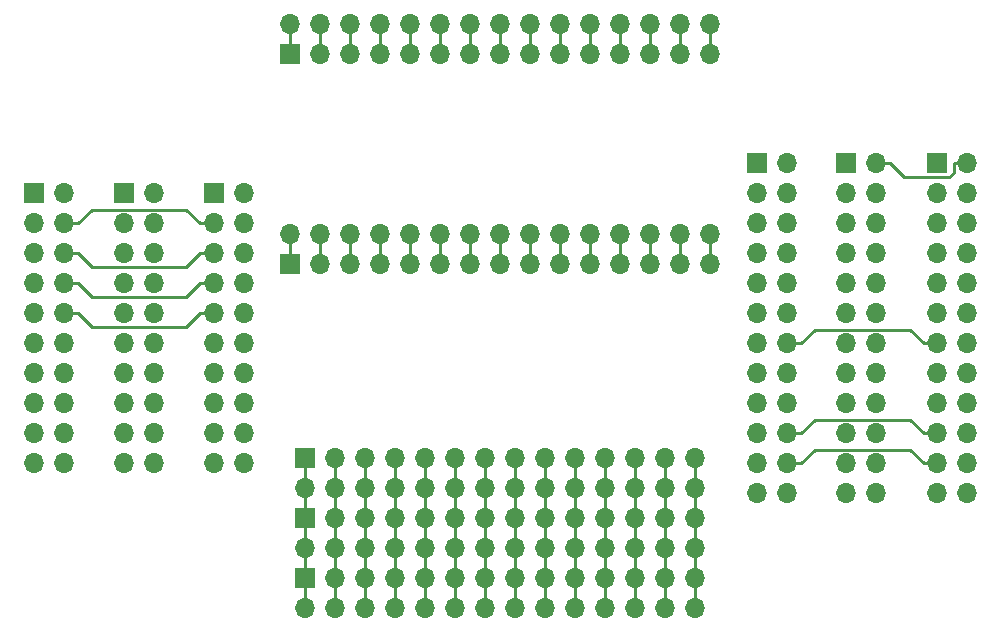
<source format=gbr>
%TF.GenerationSoftware,KiCad,Pcbnew,(5.1.9)-1*%
%TF.CreationDate,2022-02-04T12:49:55-05:00*%
%TF.ProjectId,Breadboard-Testbed,42726561-6462-46f6-9172-642d54657374,rev?*%
%TF.SameCoordinates,Original*%
%TF.FileFunction,Copper,L2,Bot*%
%TF.FilePolarity,Positive*%
%FSLAX46Y46*%
G04 Gerber Fmt 4.6, Leading zero omitted, Abs format (unit mm)*
G04 Created by KiCad (PCBNEW (5.1.9)-1) date 2022-02-04 12:49:55*
%MOMM*%
%LPD*%
G01*
G04 APERTURE LIST*
%TA.AperFunction,ComponentPad*%
%ADD10R,1.700000X1.700000*%
%TD*%
%TA.AperFunction,ComponentPad*%
%ADD11O,1.700000X1.700000*%
%TD*%
%TA.AperFunction,Conductor*%
%ADD12C,0.250000*%
%TD*%
G04 APERTURE END LIST*
D10*
%TO.P,J1,1*%
%TO.N,Net-(J1-Pad1)*%
X163000000Y-86570000D03*
D11*
%TO.P,J1,2*%
%TO.N,Net-(J1-Pad2)*%
X165540000Y-86570000D03*
%TO.P,J1,3*%
%TO.N,Net-(J1-Pad3)*%
X163000000Y-89110000D03*
%TO.P,J1,4*%
%TO.N,Net-(J1-Pad4)*%
X165540000Y-89110000D03*
%TO.P,J1,5*%
%TO.N,Net-(J1-Pad5)*%
X163000000Y-91650000D03*
%TO.P,J1,6*%
%TO.N,Net-(J1-Pad6)*%
X165540000Y-91650000D03*
%TO.P,J1,7*%
%TO.N,Net-(J1-Pad7)*%
X163000000Y-94190000D03*
%TO.P,J1,8*%
%TO.N,Net-(J1-Pad8)*%
X165540000Y-94190000D03*
%TO.P,J1,9*%
%TO.N,Net-(J1-Pad9)*%
X163000000Y-96730000D03*
%TO.P,J1,10*%
%TO.N,Net-(J1-Pad10)*%
X165540000Y-96730000D03*
%TO.P,J1,11*%
%TO.N,Net-(J1-Pad11)*%
X163000000Y-99270000D03*
%TO.P,J1,12*%
%TO.N,Net-(J1-Pad12)*%
X165540000Y-99270000D03*
%TO.P,J1,13*%
%TO.N,Net-(J1-Pad13)*%
X163000000Y-101810000D03*
%TO.P,J1,14*%
%TO.N,Net-(J1-Pad14)*%
X165540000Y-101810000D03*
%TO.P,J1,15*%
%TO.N,Net-(J1-Pad15)*%
X163000000Y-104350000D03*
%TO.P,J1,16*%
%TO.N,Net-(J1-Pad16)*%
X165540000Y-104350000D03*
%TO.P,J1,17*%
%TO.N,Net-(J1-Pad17)*%
X163000000Y-106890000D03*
%TO.P,J1,18*%
%TO.N,Net-(J1-Pad18)*%
X165540000Y-106890000D03*
%TO.P,J1,19*%
%TO.N,Net-(J1-Pad19)*%
X163000000Y-109430000D03*
%TO.P,J1,20*%
%TO.N,Net-(J1-Pad20)*%
X165540000Y-109430000D03*
%TD*%
D10*
%TO.P,J2,1*%
%TO.N,Net-(J2-Pad1)*%
X239500000Y-84030000D03*
D11*
%TO.P,J2,2*%
%TO.N,Net-(J12-Pad1)*%
X242040000Y-84030000D03*
%TO.P,J2,3*%
%TO.N,Net-(J2-Pad3)*%
X239500000Y-86570000D03*
%TO.P,J2,4*%
%TO.N,Net-(J12-Pad3)*%
X242040000Y-86570000D03*
%TO.P,J2,5*%
%TO.N,Net-(J2-Pad5)*%
X239500000Y-89110000D03*
%TO.P,J2,6*%
%TO.N,Net-(J12-Pad5)*%
X242040000Y-89110000D03*
%TO.P,J2,7*%
%TO.N,Net-(J2-Pad7)*%
X239500000Y-91650000D03*
%TO.P,J2,8*%
%TO.N,Net-(J12-Pad7)*%
X242040000Y-91650000D03*
%TO.P,J2,9*%
%TO.N,Net-(J2-Pad9)*%
X239500000Y-94190000D03*
%TO.P,J2,10*%
%TO.N,Net-(J12-Pad10)*%
X242040000Y-94190000D03*
%TO.P,J2,11*%
%TO.N,Net-(J2-Pad11)*%
X239500000Y-96730000D03*
%TO.P,J2,12*%
%TO.N,Net-(J12-Pad11)*%
X242040000Y-96730000D03*
%TO.P,J2,13*%
%TO.N,Net-(J2-Pad13)*%
X239500000Y-99270000D03*
%TO.P,J2,14*%
%TO.N,Net-(J12-Pad13)*%
X242040000Y-99270000D03*
%TO.P,J2,15*%
%TO.N,Net-(J2-Pad15)*%
X239500000Y-101810000D03*
%TO.P,J2,16*%
%TO.N,Net-(J12-Pad15)*%
X242040000Y-101810000D03*
%TO.P,J2,17*%
%TO.N,Net-(J2-Pad17)*%
X239500000Y-104350000D03*
%TO.P,J2,18*%
%TO.N,Net-(J12-Pad17)*%
X242040000Y-104350000D03*
%TO.P,J2,19*%
%TO.N,Net-(J2-Pad19)*%
X239500000Y-106890000D03*
%TO.P,J2,20*%
%TO.N,Net-(J12-Pad19)*%
X242040000Y-106890000D03*
%TO.P,J2,21*%
%TO.N,Net-(J2-Pad21)*%
X239500000Y-109430000D03*
%TO.P,J2,22*%
%TO.N,Net-(J12-Pad21)*%
X242040000Y-109430000D03*
%TO.P,J2,23*%
%TO.N,Net-(J2-Pad23)*%
X239500000Y-111970000D03*
%TO.P,J2,24*%
%TO.N,Net-(J12-Pad23)*%
X242040000Y-111970000D03*
%TD*%
%TO.P,J5,20*%
%TO.N,Net-(J1-Pad19)*%
X173160000Y-109430000D03*
%TO.P,J5,19*%
X170620000Y-109430000D03*
%TO.P,J5,18*%
%TO.N,Net-(J1-Pad17)*%
X173160000Y-106890000D03*
%TO.P,J5,17*%
X170620000Y-106890000D03*
%TO.P,J5,16*%
%TO.N,Net-(J1-Pad15)*%
X173160000Y-104350000D03*
%TO.P,J5,15*%
X170620000Y-104350000D03*
%TO.P,J5,14*%
%TO.N,Net-(J1-Pad13)*%
X173160000Y-101810000D03*
%TO.P,J5,13*%
X170620000Y-101810000D03*
%TO.P,J5,12*%
%TO.N,Net-(J1-Pad11)*%
X173160000Y-99270000D03*
%TO.P,J5,11*%
X170620000Y-99270000D03*
%TO.P,J5,10*%
%TO.N,Net-(J1-Pad9)*%
X173160000Y-96730000D03*
%TO.P,J5,9*%
X170620000Y-96730000D03*
%TO.P,J5,8*%
%TO.N,Net-(J1-Pad7)*%
X173160000Y-94190000D03*
%TO.P,J5,7*%
X170620000Y-94190000D03*
%TO.P,J5,6*%
%TO.N,Net-(J1-Pad5)*%
X173160000Y-91650000D03*
%TO.P,J5,5*%
X170620000Y-91650000D03*
%TO.P,J5,4*%
%TO.N,Net-(J1-Pad3)*%
X173160000Y-89110000D03*
%TO.P,J5,3*%
X170620000Y-89110000D03*
%TO.P,J5,2*%
%TO.N,Net-(J1-Pad1)*%
X173160000Y-86570000D03*
D10*
%TO.P,J5,1*%
X170620000Y-86570000D03*
%TD*%
D11*
%TO.P,J7,30*%
%TO.N,Net-(J7-Pad29)*%
X220280000Y-90040000D03*
%TO.P,J7,29*%
X220280000Y-92580000D03*
%TO.P,J7,28*%
%TO.N,Net-(J7-Pad27)*%
X217740000Y-90040000D03*
%TO.P,J7,27*%
X217740000Y-92580000D03*
%TO.P,J7,26*%
%TO.N,Net-(J7-Pad25)*%
X215200000Y-90040000D03*
%TO.P,J7,25*%
X215200000Y-92580000D03*
%TO.P,J7,24*%
%TO.N,Net-(J7-Pad23)*%
X212660000Y-90040000D03*
%TO.P,J7,23*%
X212660000Y-92580000D03*
%TO.P,J7,22*%
%TO.N,Net-(J7-Pad21)*%
X210120000Y-90040000D03*
%TO.P,J7,21*%
X210120000Y-92580000D03*
%TO.P,J7,20*%
%TO.N,Net-(J7-Pad19)*%
X207580000Y-90040000D03*
%TO.P,J7,19*%
X207580000Y-92580000D03*
%TO.P,J7,18*%
%TO.N,Net-(J7-Pad17)*%
X205040000Y-90040000D03*
%TO.P,J7,17*%
X205040000Y-92580000D03*
%TO.P,J7,16*%
%TO.N,Net-(J7-Pad15)*%
X202500000Y-90040000D03*
%TO.P,J7,15*%
X202500000Y-92580000D03*
%TO.P,J7,14*%
%TO.N,Net-(J7-Pad13)*%
X199960000Y-90040000D03*
%TO.P,J7,13*%
X199960000Y-92580000D03*
%TO.P,J7,12*%
%TO.N,Net-(J7-Pad11)*%
X197420000Y-90040000D03*
%TO.P,J7,11*%
X197420000Y-92580000D03*
%TO.P,J7,10*%
%TO.N,Net-(J7-Pad10)*%
X194880000Y-90040000D03*
%TO.P,J7,9*%
X194880000Y-92580000D03*
%TO.P,J7,8*%
%TO.N,Net-(J7-Pad7)*%
X192340000Y-90040000D03*
%TO.P,J7,7*%
X192340000Y-92580000D03*
%TO.P,J7,6*%
%TO.N,Net-(J7-Pad5)*%
X189800000Y-90040000D03*
%TO.P,J7,5*%
X189800000Y-92580000D03*
%TO.P,J7,4*%
%TO.N,Net-(J7-Pad3)*%
X187260000Y-90040000D03*
%TO.P,J7,3*%
X187260000Y-92580000D03*
%TO.P,J7,2*%
%TO.N,Net-(J7-Pad1)*%
X184720000Y-90040000D03*
D10*
%TO.P,J7,1*%
X184720000Y-92580000D03*
%TD*%
%TO.P,J8,1*%
%TO.N,Net-(J1-Pad2)*%
X178240000Y-86570000D03*
D11*
%TO.P,J8,2*%
X180780000Y-86570000D03*
%TO.P,J8,3*%
%TO.N,Net-(J1-Pad4)*%
X178240000Y-89110000D03*
%TO.P,J8,4*%
X180780000Y-89110000D03*
%TO.P,J8,5*%
%TO.N,Net-(J1-Pad6)*%
X178240000Y-91650000D03*
%TO.P,J8,6*%
X180780000Y-91650000D03*
%TO.P,J8,7*%
%TO.N,Net-(J1-Pad8)*%
X178240000Y-94190000D03*
%TO.P,J8,8*%
X180780000Y-94190000D03*
%TO.P,J8,9*%
%TO.N,Net-(J1-Pad10)*%
X178240000Y-96730000D03*
%TO.P,J8,10*%
X180780000Y-96730000D03*
%TO.P,J8,11*%
%TO.N,Net-(J1-Pad12)*%
X178240000Y-99270000D03*
%TO.P,J8,12*%
X180780000Y-99270000D03*
%TO.P,J8,13*%
%TO.N,Net-(J1-Pad14)*%
X178240000Y-101810000D03*
%TO.P,J8,14*%
X180780000Y-101810000D03*
%TO.P,J8,15*%
%TO.N,Net-(J1-Pad16)*%
X178240000Y-104350000D03*
%TO.P,J8,16*%
X180780000Y-104350000D03*
%TO.P,J8,17*%
%TO.N,Net-(J1-Pad18)*%
X178240000Y-106890000D03*
%TO.P,J8,18*%
X180780000Y-106890000D03*
%TO.P,J8,19*%
%TO.N,Net-(J1-Pad20)*%
X178240000Y-109430000D03*
%TO.P,J8,20*%
X180780000Y-109430000D03*
%TD*%
D10*
%TO.P,J9,1*%
%TO.N,Net-(J2-Pad1)*%
X224260000Y-84030000D03*
D11*
%TO.P,J9,2*%
X226800000Y-84030000D03*
%TO.P,J9,3*%
%TO.N,Net-(J2-Pad3)*%
X224260000Y-86570000D03*
%TO.P,J9,4*%
X226800000Y-86570000D03*
%TO.P,J9,5*%
%TO.N,Net-(J2-Pad5)*%
X224260000Y-89110000D03*
%TO.P,J9,6*%
X226800000Y-89110000D03*
%TO.P,J9,7*%
%TO.N,Net-(J2-Pad7)*%
X224260000Y-91650000D03*
%TO.P,J9,8*%
X226800000Y-91650000D03*
%TO.P,J9,9*%
%TO.N,Net-(J2-Pad9)*%
X224260000Y-94190000D03*
%TO.P,J9,10*%
X226800000Y-94190000D03*
%TO.P,J9,11*%
%TO.N,Net-(J2-Pad11)*%
X224260000Y-96730000D03*
%TO.P,J9,12*%
X226800000Y-96730000D03*
%TO.P,J9,13*%
%TO.N,Net-(J2-Pad13)*%
X224260000Y-99270000D03*
%TO.P,J9,14*%
X226800000Y-99270000D03*
%TO.P,J9,15*%
%TO.N,Net-(J2-Pad15)*%
X224260000Y-101810000D03*
%TO.P,J9,16*%
X226800000Y-101810000D03*
%TO.P,J9,17*%
%TO.N,Net-(J2-Pad17)*%
X224260000Y-104350000D03*
%TO.P,J9,18*%
X226800000Y-104350000D03*
%TO.P,J9,19*%
%TO.N,Net-(J2-Pad19)*%
X224260000Y-106890000D03*
%TO.P,J9,20*%
X226800000Y-106890000D03*
%TO.P,J9,21*%
%TO.N,Net-(J2-Pad21)*%
X224260000Y-109430000D03*
%TO.P,J9,22*%
X226800000Y-109430000D03*
%TO.P,J9,23*%
%TO.N,Net-(J2-Pad23)*%
X224260000Y-111970000D03*
%TO.P,J9,24*%
X226800000Y-111970000D03*
%TD*%
%TO.P,J10,30*%
%TO.N,Net-(J10-Pad29)*%
X220280000Y-72260000D03*
%TO.P,J10,29*%
X220280000Y-74800000D03*
%TO.P,J10,28*%
%TO.N,Net-(J10-Pad27)*%
X217740000Y-72260000D03*
%TO.P,J10,27*%
X217740000Y-74800000D03*
%TO.P,J10,26*%
%TO.N,Net-(J10-Pad25)*%
X215200000Y-72260000D03*
%TO.P,J10,25*%
X215200000Y-74800000D03*
%TO.P,J10,24*%
%TO.N,Net-(J10-Pad23)*%
X212660000Y-72260000D03*
%TO.P,J10,23*%
X212660000Y-74800000D03*
%TO.P,J10,22*%
%TO.N,Net-(J10-Pad21)*%
X210120000Y-72260000D03*
%TO.P,J10,21*%
X210120000Y-74800000D03*
%TO.P,J10,20*%
%TO.N,Net-(J10-Pad19)*%
X207580000Y-72260000D03*
%TO.P,J10,19*%
X207580000Y-74800000D03*
%TO.P,J10,18*%
%TO.N,Net-(J10-Pad17)*%
X205040000Y-72260000D03*
%TO.P,J10,17*%
X205040000Y-74800000D03*
%TO.P,J10,16*%
%TO.N,Net-(J10-Pad15)*%
X202500000Y-72260000D03*
%TO.P,J10,15*%
X202500000Y-74800000D03*
%TO.P,J10,14*%
%TO.N,Net-(J10-Pad13)*%
X199960000Y-72260000D03*
%TO.P,J10,13*%
X199960000Y-74800000D03*
%TO.P,J10,12*%
%TO.N,Net-(J10-Pad11)*%
X197420000Y-72260000D03*
%TO.P,J10,11*%
X197420000Y-74800000D03*
%TO.P,J10,10*%
%TO.N,Net-(J10-Pad10)*%
X194880000Y-72260000D03*
%TO.P,J10,9*%
X194880000Y-74800000D03*
%TO.P,J10,8*%
%TO.N,Net-(J10-Pad7)*%
X192340000Y-72260000D03*
%TO.P,J10,7*%
X192340000Y-74800000D03*
%TO.P,J10,6*%
%TO.N,Net-(J10-Pad5)*%
X189800000Y-72260000D03*
%TO.P,J10,5*%
X189800000Y-74800000D03*
%TO.P,J10,4*%
%TO.N,Net-(J10-Pad3)*%
X187260000Y-72260000D03*
%TO.P,J10,3*%
X187260000Y-74800000D03*
%TO.P,J10,2*%
%TO.N,Net-(J10-Pad1)*%
X184720000Y-72260000D03*
D10*
%TO.P,J10,1*%
X184720000Y-74800000D03*
%TD*%
%TO.P,J12,1*%
%TO.N,Net-(J12-Pad1)*%
X231800000Y-84030000D03*
D11*
%TO.P,J12,2*%
X234340000Y-84030000D03*
%TO.P,J12,3*%
%TO.N,Net-(J12-Pad3)*%
X231800000Y-86570000D03*
%TO.P,J12,4*%
X234340000Y-86570000D03*
%TO.P,J12,5*%
%TO.N,Net-(J12-Pad5)*%
X231800000Y-89110000D03*
%TO.P,J12,6*%
X234340000Y-89110000D03*
%TO.P,J12,7*%
%TO.N,Net-(J12-Pad7)*%
X231800000Y-91650000D03*
%TO.P,J12,8*%
X234340000Y-91650000D03*
%TO.P,J12,9*%
%TO.N,Net-(J12-Pad10)*%
X231800000Y-94190000D03*
%TO.P,J12,10*%
X234340000Y-94190000D03*
%TO.P,J12,11*%
%TO.N,Net-(J12-Pad11)*%
X231800000Y-96730000D03*
%TO.P,J12,12*%
X234340000Y-96730000D03*
%TO.P,J12,13*%
%TO.N,Net-(J12-Pad13)*%
X231800000Y-99270000D03*
%TO.P,J12,14*%
X234340000Y-99270000D03*
%TO.P,J12,15*%
%TO.N,Net-(J12-Pad15)*%
X231800000Y-101810000D03*
%TO.P,J12,16*%
X234340000Y-101810000D03*
%TO.P,J12,17*%
%TO.N,Net-(J12-Pad17)*%
X231800000Y-104350000D03*
%TO.P,J12,18*%
X234340000Y-104350000D03*
%TO.P,J12,19*%
%TO.N,Net-(J12-Pad19)*%
X231800000Y-106890000D03*
%TO.P,J12,20*%
X234340000Y-106890000D03*
%TO.P,J12,21*%
%TO.N,Net-(J12-Pad21)*%
X231800000Y-109430000D03*
%TO.P,J12,22*%
X234340000Y-109430000D03*
%TO.P,J12,23*%
%TO.N,Net-(J12-Pad23)*%
X231800000Y-111970000D03*
%TO.P,J12,24*%
X234340000Y-111970000D03*
%TD*%
D10*
%TO.P,J3,1*%
%TO.N,Net-(J3-Pad1)*%
X185990000Y-108955000D03*
D11*
%TO.P,J3,2*%
X185990000Y-111495000D03*
%TO.P,J3,3*%
%TO.N,Net-(J3-Pad3)*%
X188530000Y-108955000D03*
%TO.P,J3,4*%
X188530000Y-111495000D03*
%TO.P,J3,5*%
%TO.N,Net-(J3-Pad5)*%
X191070000Y-108955000D03*
%TO.P,J3,6*%
X191070000Y-111495000D03*
%TO.P,J3,7*%
%TO.N,Net-(J3-Pad7)*%
X193610000Y-108955000D03*
%TO.P,J3,8*%
X193610000Y-111495000D03*
%TO.P,J3,9*%
%TO.N,Net-(J3-Pad10)*%
X196150000Y-108955000D03*
%TO.P,J3,10*%
X196150000Y-111495000D03*
%TO.P,J3,11*%
%TO.N,Net-(J3-Pad11)*%
X198690000Y-108955000D03*
%TO.P,J3,12*%
X198690000Y-111495000D03*
%TO.P,J3,13*%
%TO.N,Net-(J3-Pad13)*%
X201230000Y-108955000D03*
%TO.P,J3,14*%
X201230000Y-111495000D03*
%TO.P,J3,15*%
%TO.N,Net-(J3-Pad15)*%
X203770000Y-108955000D03*
%TO.P,J3,16*%
X203770000Y-111495000D03*
%TO.P,J3,17*%
%TO.N,Net-(J3-Pad17)*%
X206310000Y-108955000D03*
%TO.P,J3,18*%
X206310000Y-111495000D03*
%TO.P,J3,19*%
%TO.N,Net-(J3-Pad19)*%
X208850000Y-108955000D03*
%TO.P,J3,20*%
X208850000Y-111495000D03*
%TO.P,J3,21*%
%TO.N,Net-(J3-Pad21)*%
X211390000Y-108955000D03*
%TO.P,J3,22*%
X211390000Y-111495000D03*
%TO.P,J3,23*%
%TO.N,Net-(J3-Pad23)*%
X213930000Y-108955000D03*
%TO.P,J3,24*%
X213930000Y-111495000D03*
%TO.P,J3,25*%
%TO.N,Net-(J3-Pad25)*%
X216470000Y-108955000D03*
%TO.P,J3,26*%
X216470000Y-111495000D03*
%TO.P,J3,27*%
%TO.N,Net-(J3-Pad27)*%
X219010000Y-108955000D03*
%TO.P,J3,28*%
X219010000Y-111495000D03*
%TD*%
%TO.P,J4,28*%
%TO.N,Net-(J3-Pad27)*%
X219010000Y-116575000D03*
%TO.P,J4,27*%
X219010000Y-114035000D03*
%TO.P,J4,26*%
%TO.N,Net-(J3-Pad25)*%
X216470000Y-116575000D03*
%TO.P,J4,25*%
X216470000Y-114035000D03*
%TO.P,J4,24*%
%TO.N,Net-(J3-Pad23)*%
X213930000Y-116575000D03*
%TO.P,J4,23*%
X213930000Y-114035000D03*
%TO.P,J4,22*%
%TO.N,Net-(J3-Pad21)*%
X211390000Y-116575000D03*
%TO.P,J4,21*%
X211390000Y-114035000D03*
%TO.P,J4,20*%
%TO.N,Net-(J3-Pad19)*%
X208850000Y-116575000D03*
%TO.P,J4,19*%
X208850000Y-114035000D03*
%TO.P,J4,18*%
%TO.N,Net-(J3-Pad17)*%
X206310000Y-116575000D03*
%TO.P,J4,17*%
X206310000Y-114035000D03*
%TO.P,J4,16*%
%TO.N,Net-(J3-Pad15)*%
X203770000Y-116575000D03*
%TO.P,J4,15*%
X203770000Y-114035000D03*
%TO.P,J4,14*%
%TO.N,Net-(J3-Pad13)*%
X201230000Y-116575000D03*
%TO.P,J4,13*%
X201230000Y-114035000D03*
%TO.P,J4,12*%
%TO.N,Net-(J3-Pad11)*%
X198690000Y-116575000D03*
%TO.P,J4,11*%
X198690000Y-114035000D03*
%TO.P,J4,10*%
%TO.N,Net-(J3-Pad10)*%
X196150000Y-116575000D03*
%TO.P,J4,9*%
X196150000Y-114035000D03*
%TO.P,J4,8*%
%TO.N,Net-(J3-Pad7)*%
X193610000Y-116575000D03*
%TO.P,J4,7*%
X193610000Y-114035000D03*
%TO.P,J4,6*%
%TO.N,Net-(J3-Pad5)*%
X191070000Y-116575000D03*
%TO.P,J4,5*%
X191070000Y-114035000D03*
%TO.P,J4,4*%
%TO.N,Net-(J3-Pad3)*%
X188530000Y-116575000D03*
%TO.P,J4,3*%
X188530000Y-114035000D03*
%TO.P,J4,2*%
%TO.N,Net-(J3-Pad1)*%
X185990000Y-116575000D03*
D10*
%TO.P,J4,1*%
X185990000Y-114035000D03*
%TD*%
%TO.P,J6,1*%
%TO.N,Net-(J3-Pad1)*%
X185990000Y-119115000D03*
D11*
%TO.P,J6,2*%
X185990000Y-121655000D03*
%TO.P,J6,3*%
%TO.N,Net-(J3-Pad3)*%
X188530000Y-119115000D03*
%TO.P,J6,4*%
X188530000Y-121655000D03*
%TO.P,J6,5*%
%TO.N,Net-(J3-Pad5)*%
X191070000Y-119115000D03*
%TO.P,J6,6*%
X191070000Y-121655000D03*
%TO.P,J6,7*%
%TO.N,Net-(J3-Pad7)*%
X193610000Y-119115000D03*
%TO.P,J6,8*%
X193610000Y-121655000D03*
%TO.P,J6,9*%
%TO.N,Net-(J3-Pad10)*%
X196150000Y-119115000D03*
%TO.P,J6,10*%
X196150000Y-121655000D03*
%TO.P,J6,11*%
%TO.N,Net-(J3-Pad11)*%
X198690000Y-119115000D03*
%TO.P,J6,12*%
X198690000Y-121655000D03*
%TO.P,J6,13*%
%TO.N,Net-(J3-Pad13)*%
X201230000Y-119115000D03*
%TO.P,J6,14*%
X201230000Y-121655000D03*
%TO.P,J6,15*%
%TO.N,Net-(J3-Pad15)*%
X203770000Y-119115000D03*
%TO.P,J6,16*%
X203770000Y-121655000D03*
%TO.P,J6,17*%
%TO.N,Net-(J3-Pad17)*%
X206310000Y-119115000D03*
%TO.P,J6,18*%
X206310000Y-121655000D03*
%TO.P,J6,19*%
%TO.N,Net-(J3-Pad19)*%
X208850000Y-119115000D03*
%TO.P,J6,20*%
X208850000Y-121655000D03*
%TO.P,J6,21*%
%TO.N,Net-(J3-Pad21)*%
X211390000Y-119115000D03*
%TO.P,J6,22*%
X211390000Y-121655000D03*
%TO.P,J6,23*%
%TO.N,Net-(J3-Pad23)*%
X213930000Y-119115000D03*
%TO.P,J6,24*%
X213930000Y-121655000D03*
%TO.P,J6,25*%
%TO.N,Net-(J3-Pad25)*%
X216470000Y-119115000D03*
%TO.P,J6,26*%
X216470000Y-121655000D03*
%TO.P,J6,27*%
%TO.N,Net-(J3-Pad27)*%
X219010000Y-119115000D03*
%TO.P,J6,28*%
X219010000Y-121655000D03*
%TD*%
D12*
%TO.N,Net-(J3-Pad1)*%
X185990000Y-116575000D02*
X185990000Y-119115000D01*
X185990000Y-114035000D02*
X185990000Y-116575000D01*
X185990000Y-111495000D02*
X185990000Y-108955000D01*
X185990000Y-114035000D02*
X185990000Y-111495000D01*
X185990000Y-121655000D02*
X185990000Y-119115000D01*
%TO.N,Net-(J3-Pad19)*%
X208850000Y-111495000D02*
X208850000Y-108955000D01*
X208850000Y-114035000D02*
X208850000Y-111495000D01*
X208850000Y-116575000D02*
X208850000Y-114035000D01*
X208850000Y-121655000D02*
X208850000Y-119115000D01*
X208850000Y-116575000D02*
X208850000Y-119115000D01*
%TO.N,Net-(J3-Pad17)*%
X206310000Y-111495000D02*
X206310000Y-108955000D01*
X206310000Y-114035000D02*
X206310000Y-111495000D01*
X206310000Y-116575000D02*
X206310000Y-114035000D01*
X206310000Y-121655000D02*
X206310000Y-119115000D01*
X206310000Y-116575000D02*
X206310000Y-119115000D01*
%TO.N,Net-(J3-Pad15)*%
X203770000Y-111495000D02*
X203770000Y-108955000D01*
X203770000Y-114035000D02*
X203770000Y-111495000D01*
X203770000Y-116575000D02*
X203770000Y-114035000D01*
X203770000Y-121655000D02*
X203770000Y-119115000D01*
X203770000Y-116575000D02*
X203770000Y-119115000D01*
%TO.N,Net-(J3-Pad13)*%
X201230000Y-111495000D02*
X201230000Y-108955000D01*
X201230000Y-114035000D02*
X201230000Y-111495000D01*
X201230000Y-116575000D02*
X201230000Y-114035000D01*
X201230000Y-121655000D02*
X201230000Y-119115000D01*
X201230000Y-116575000D02*
X201230000Y-119115000D01*
%TO.N,Net-(J3-Pad10)*%
X196150000Y-111495000D02*
X196150000Y-108955000D01*
X196150000Y-114035000D02*
X196150000Y-111495000D01*
X196150000Y-116575000D02*
X196150000Y-114035000D01*
X196150000Y-121655000D02*
X196150000Y-119115000D01*
X196150000Y-116575000D02*
X196150000Y-119115000D01*
%TO.N,Net-(J10-Pad1)*%
X184720000Y-74800000D02*
X184720000Y-72260000D01*
%TO.N,Net-(J10-Pad3)*%
X187260000Y-74800000D02*
X187260000Y-72260000D01*
%TO.N,Net-(J10-Pad5)*%
X189800000Y-74800000D02*
X189800000Y-72260000D01*
%TO.N,Net-(J10-Pad7)*%
X192340000Y-74800000D02*
X192340000Y-72260000D01*
%TO.N,Net-(J10-Pad10)*%
X194880000Y-74800000D02*
X194880000Y-72260000D01*
%TO.N,Net-(J10-Pad11)*%
X197420000Y-74800000D02*
X197420000Y-72260000D01*
%TO.N,Net-(J10-Pad13)*%
X199960000Y-74800000D02*
X199960000Y-72260000D01*
%TO.N,Net-(J10-Pad15)*%
X202500000Y-74800000D02*
X202500000Y-72260000D01*
%TO.N,Net-(J10-Pad17)*%
X205040000Y-74800000D02*
X205040000Y-72260000D01*
%TO.N,Net-(J10-Pad19)*%
X207580000Y-74800000D02*
X207580000Y-72260000D01*
%TO.N,Net-(J10-Pad21)*%
X210120000Y-74800000D02*
X210120000Y-72260000D01*
%TO.N,Net-(J10-Pad23)*%
X212660000Y-74800000D02*
X212660000Y-72260000D01*
%TO.N,Net-(J10-Pad25)*%
X215200000Y-74800000D02*
X215200000Y-72260000D01*
%TO.N,Net-(J10-Pad27)*%
X217740000Y-74800000D02*
X217740000Y-72260000D01*
%TO.N,Net-(J10-Pad29)*%
X220280000Y-74800000D02*
X220280000Y-72260000D01*
%TO.N,Net-(J3-Pad11)*%
X198690000Y-111495000D02*
X198690000Y-108955000D01*
X198690000Y-114035000D02*
X198690000Y-111495000D01*
X198690000Y-116575000D02*
X198690000Y-114035000D01*
X198690000Y-121655000D02*
X198690000Y-119115000D01*
X198690000Y-116575000D02*
X198690000Y-119115000D01*
%TO.N,Net-(J3-Pad7)*%
X193610000Y-111495000D02*
X193610000Y-108955000D01*
X193610000Y-114035000D02*
X193610000Y-111495000D01*
X193610000Y-116575000D02*
X193610000Y-114035000D01*
X193610000Y-121655000D02*
X193610000Y-119115000D01*
X193610000Y-116575000D02*
X193610000Y-119115000D01*
%TO.N,Net-(J3-Pad5)*%
X191070000Y-111495000D02*
X191070000Y-108955000D01*
X191070000Y-114035000D02*
X191070000Y-111495000D01*
X191070000Y-116575000D02*
X191070000Y-114035000D01*
X191070000Y-121655000D02*
X191070000Y-119115000D01*
X191070000Y-116575000D02*
X191070000Y-119115000D01*
%TO.N,Net-(J3-Pad3)*%
X188530000Y-111495000D02*
X188530000Y-108955000D01*
X188530000Y-114035000D02*
X188530000Y-111495000D01*
X188530000Y-116575000D02*
X188530000Y-114035000D01*
X188530000Y-121655000D02*
X188530000Y-119115000D01*
X188530000Y-116575000D02*
X188530000Y-119115000D01*
%TO.N,Net-(J1-Pad4)*%
X165540000Y-89110000D02*
X166715300Y-89110000D01*
X178240000Y-89110000D02*
X177064700Y-89110000D01*
X177064700Y-89110000D02*
X175889400Y-87934700D01*
X175889400Y-87934700D02*
X167890600Y-87934700D01*
X167890600Y-87934700D02*
X166715300Y-89110000D01*
%TO.N,Net-(J1-Pad6)*%
X165540000Y-91650000D02*
X166715300Y-91650000D01*
X178240000Y-91650000D02*
X177064700Y-91650000D01*
X177064700Y-91650000D02*
X175889400Y-92825300D01*
X175889400Y-92825300D02*
X167890600Y-92825300D01*
X167890600Y-92825300D02*
X166715300Y-91650000D01*
%TO.N,Net-(J1-Pad8)*%
X165540000Y-94190000D02*
X166715300Y-94190000D01*
X178240000Y-94190000D02*
X177064700Y-94190000D01*
X177064700Y-94190000D02*
X175889400Y-95365300D01*
X175889400Y-95365300D02*
X167890600Y-95365300D01*
X167890600Y-95365300D02*
X166715300Y-94190000D01*
%TO.N,Net-(J1-Pad10)*%
X165540000Y-96730000D02*
X166715300Y-96730000D01*
X178240000Y-96730000D02*
X177064700Y-96730000D01*
X177064700Y-96730000D02*
X175889400Y-97905300D01*
X175889400Y-97905300D02*
X167890600Y-97905300D01*
X167890600Y-97905300D02*
X166715300Y-96730000D01*
%TO.N,Net-(J12-Pad1)*%
X242040000Y-84030000D02*
X240864700Y-84030000D01*
X234340000Y-84030000D02*
X235515300Y-84030000D01*
X235515300Y-84030000D02*
X236690600Y-85205300D01*
X236690600Y-85205300D02*
X240497500Y-85205300D01*
X240497500Y-85205300D02*
X240864700Y-84838100D01*
X240864700Y-84838100D02*
X240864700Y-84030000D01*
%TO.N,Net-(J2-Pad13)*%
X239500000Y-99270000D02*
X238324700Y-99270000D01*
X226800000Y-99270000D02*
X227975300Y-99270000D01*
X227975300Y-99270000D02*
X229150600Y-98094700D01*
X229150600Y-98094700D02*
X237149400Y-98094700D01*
X237149400Y-98094700D02*
X238324700Y-99270000D01*
%TO.N,Net-(J2-Pad19)*%
X239500000Y-106890000D02*
X238324700Y-106890000D01*
X226800000Y-106890000D02*
X227975300Y-106890000D01*
X227975300Y-106890000D02*
X229150600Y-105714700D01*
X229150600Y-105714700D02*
X237149400Y-105714700D01*
X237149400Y-105714700D02*
X238324700Y-106890000D01*
%TO.N,Net-(J2-Pad21)*%
X239500000Y-109430000D02*
X238324700Y-109430000D01*
X226800000Y-109430000D02*
X227975300Y-109430000D01*
X227975300Y-109430000D02*
X229150600Y-108254700D01*
X229150600Y-108254700D02*
X237149400Y-108254700D01*
X237149400Y-108254700D02*
X238324700Y-109430000D01*
%TO.N,Net-(J7-Pad29)*%
X220280000Y-92580000D02*
X220280000Y-90040000D01*
%TO.N,Net-(J7-Pad27)*%
X217740000Y-92580000D02*
X217740000Y-90040000D01*
%TO.N,Net-(J7-Pad25)*%
X215200000Y-92580000D02*
X215200000Y-90040000D01*
%TO.N,Net-(J7-Pad23)*%
X212660000Y-92580000D02*
X212660000Y-90040000D01*
%TO.N,Net-(J7-Pad21)*%
X210120000Y-92580000D02*
X210120000Y-90040000D01*
%TO.N,Net-(J7-Pad19)*%
X207580000Y-92580000D02*
X207580000Y-90040000D01*
%TO.N,Net-(J7-Pad17)*%
X205040000Y-92580000D02*
X205040000Y-90040000D01*
%TO.N,Net-(J7-Pad15)*%
X202500000Y-92580000D02*
X202500000Y-90040000D01*
%TO.N,Net-(J7-Pad13)*%
X199960000Y-92580000D02*
X199960000Y-90040000D01*
%TO.N,Net-(J7-Pad11)*%
X197420000Y-92580000D02*
X197420000Y-90040000D01*
%TO.N,Net-(J7-Pad10)*%
X194880000Y-92580000D02*
X194880000Y-90040000D01*
%TO.N,Net-(J7-Pad7)*%
X192340000Y-92580000D02*
X192340000Y-90040000D01*
%TO.N,Net-(J7-Pad5)*%
X189800000Y-92580000D02*
X189800000Y-90040000D01*
%TO.N,Net-(J7-Pad3)*%
X187260000Y-92580000D02*
X187260000Y-90040000D01*
%TO.N,Net-(J7-Pad1)*%
X184720000Y-92580000D02*
X184720000Y-90040000D01*
%TO.N,Net-(J3-Pad21)*%
X211390000Y-111495000D02*
X211390000Y-108955000D01*
X211390000Y-114035000D02*
X211390000Y-111495000D01*
X211390000Y-116575000D02*
X211390000Y-114035000D01*
X211390000Y-121655000D02*
X211390000Y-119115000D01*
X211390000Y-116575000D02*
X211390000Y-119115000D01*
%TO.N,Net-(J3-Pad23)*%
X213930000Y-111495000D02*
X213930000Y-108955000D01*
X213930000Y-114035000D02*
X213930000Y-111495000D01*
X213930000Y-116575000D02*
X213930000Y-114035000D01*
X213930000Y-121655000D02*
X213930000Y-119115000D01*
X213930000Y-116575000D02*
X213930000Y-119115000D01*
%TO.N,Net-(J3-Pad25)*%
X216470000Y-111495000D02*
X216470000Y-108955000D01*
X216470000Y-114035000D02*
X216470000Y-111495000D01*
X216470000Y-116575000D02*
X216470000Y-114035000D01*
X216470000Y-121655000D02*
X216470000Y-119115000D01*
X216470000Y-116575000D02*
X216470000Y-119115000D01*
%TO.N,Net-(J3-Pad27)*%
X219010000Y-111495000D02*
X219010000Y-108955000D01*
X219010000Y-114035000D02*
X219010000Y-111495000D01*
X219010000Y-116575000D02*
X219010000Y-114035000D01*
X219010000Y-121655000D02*
X219010000Y-119115000D01*
X219010000Y-116575000D02*
X219010000Y-119115000D01*
%TD*%
M02*

</source>
